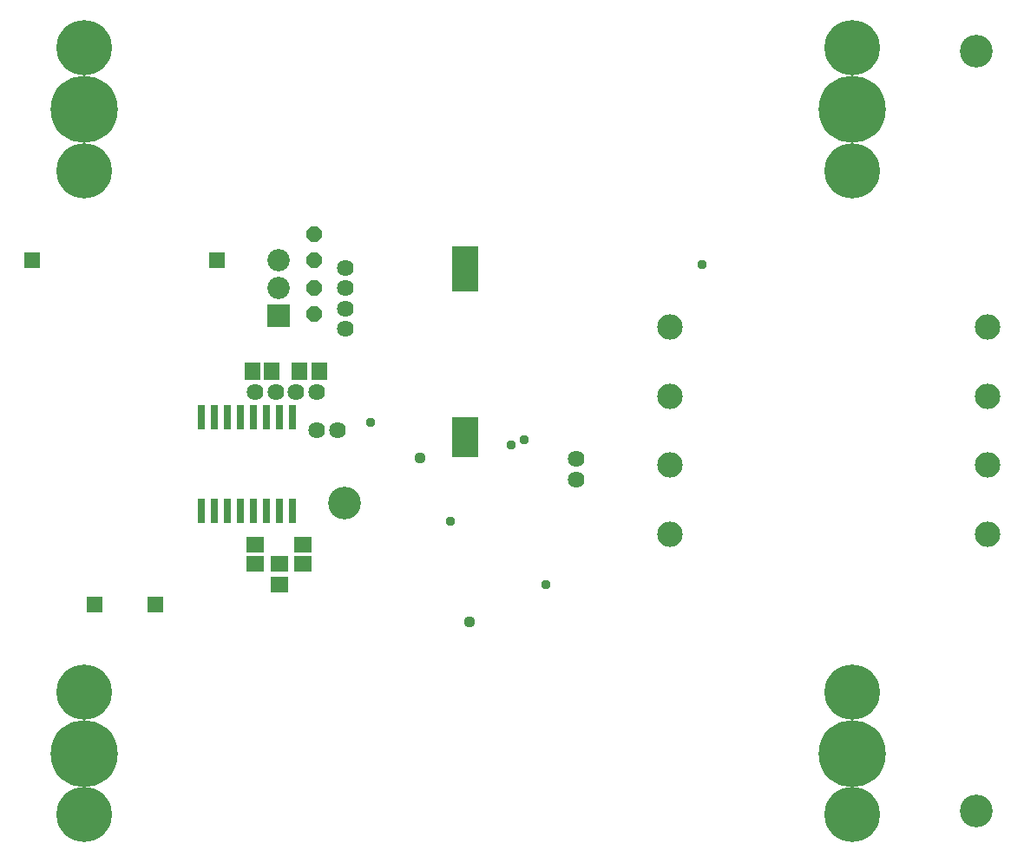
<source format=gbr>
G04 EAGLE Gerber RS-274X export*
G75*
%MOMM*%
%FSLAX34Y34*%
%LPD*%
%INSoldermask Bottom*%
%IPPOS*%
%AMOC8*
5,1,8,0,0,1.08239X$1,22.5*%
G01*
%ADD10C,3.203200*%
%ADD11C,5.403200*%
%ADD12C,6.549200*%
%ADD13R,2.183200X2.183200*%
%ADD14C,2.183200*%
%ADD15P,1.649562X8X112.500000*%
%ADD16P,1.649562X8X292.500000*%
%ADD17C,2.489200*%
%ADD18C,1.625600*%
%ADD19R,0.803200X2.403200*%
%ADD20R,2.503200X4.503200*%
%ADD21R,2.503200X3.863200*%
%ADD22R,1.703200X1.503200*%
%ADD23R,1.803200X1.503200*%
%ADD24R,1.511200X1.511200*%
%ADD25R,1.503200X1.703200*%
%ADD26C,0.959600*%
%ADD27C,1.109600*%


D10*
X955800Y785900D03*
X955800Y44300D03*
X339300Y344800D03*
D11*
X85500Y40500D03*
X85500Y160400D03*
D12*
X85500Y100450D03*
D11*
X85600Y669400D03*
X85600Y789300D03*
D12*
X85600Y729350D03*
D11*
X834500Y160400D03*
X834500Y40500D03*
D12*
X834500Y100450D03*
D11*
X834400Y789300D03*
X834400Y669400D03*
D12*
X834400Y729350D03*
D13*
X275400Y527800D03*
D14*
X275400Y554800D03*
X275400Y581800D03*
D15*
X309500Y581700D03*
X309500Y607100D03*
D16*
X309500Y554700D03*
X309500Y529300D03*
D17*
X966520Y314540D03*
X966520Y381850D03*
X966520Y449150D03*
X966520Y516460D03*
X656510Y314540D03*
X656510Y381850D03*
X656510Y449150D03*
X656510Y516460D03*
D18*
X252100Y452800D03*
X272100Y452800D03*
X292100Y452800D03*
X312100Y452800D03*
X565600Y368000D03*
X565600Y388000D03*
X332200Y416200D03*
X312200Y416200D03*
D19*
X275750Y337000D03*
X250350Y429000D03*
X288450Y337000D03*
X263050Y337000D03*
X250350Y337000D03*
X263050Y429000D03*
X237650Y429000D03*
X224950Y429000D03*
X224950Y337000D03*
X199550Y429000D03*
X237650Y337000D03*
X212250Y337000D03*
X212250Y429000D03*
X199550Y337000D03*
X275750Y429000D03*
X288450Y429000D03*
D20*
X457000Y573458D03*
D21*
X457000Y409045D03*
D22*
X252000Y304500D03*
X252000Y285500D03*
X299000Y304500D03*
X299000Y285500D03*
D23*
X275800Y285500D03*
X275800Y265500D03*
D24*
X154600Y245800D03*
X95600Y245800D03*
X34600Y581800D03*
X214600Y581800D03*
D25*
X268500Y473100D03*
X249500Y473100D03*
X295500Y473100D03*
X314500Y473100D03*
D18*
X340400Y514600D03*
X340400Y534600D03*
X340400Y554600D03*
X340400Y574600D03*
D26*
X514300Y406200D03*
X501600Y401200D03*
X536000Y265000D03*
X443000Y327000D03*
D27*
X461000Y229000D03*
X412700Y388400D03*
D26*
X364800Y423500D03*
X688100Y577900D03*
M02*

</source>
